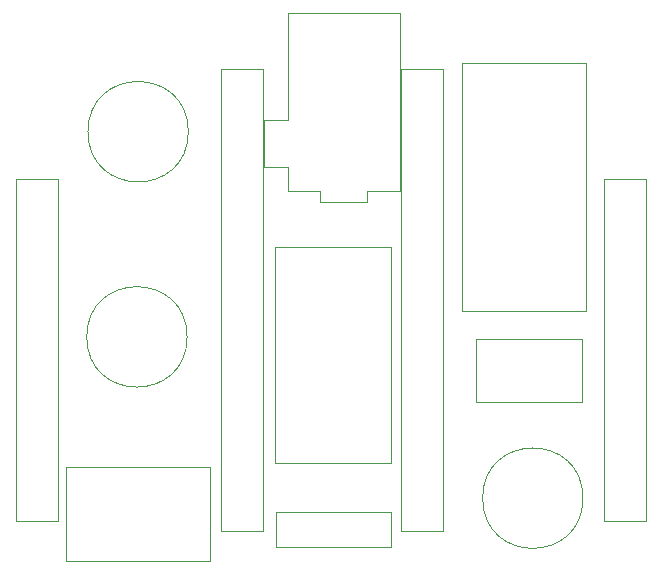
<source format=gbr>
G04 #@! TF.GenerationSoftware,KiCad,Pcbnew,(5.1.4)-1*
G04 #@! TF.CreationDate,2020-01-24T10:01:54+01:00*
G04 #@! TF.ProjectId,PCB_NeoPixel,5043425f-4e65-46f5-9069-78656c2e6b69,rev?*
G04 #@! TF.SameCoordinates,Original*
G04 #@! TF.FileFunction,Other,User*
%FSLAX46Y46*%
G04 Gerber Fmt 4.6, Leading zero omitted, Abs format (unit mm)*
G04 Created by KiCad (PCBNEW (5.1.4)-1) date 2020-01-24 10:01:54*
%MOMM*%
%LPD*%
G04 APERTURE LIST*
%ADD10C,0.050000*%
G04 APERTURE END LIST*
D10*
X120323200Y-107718800D02*
X120323200Y-78768800D01*
X123873200Y-107718800D02*
X120323200Y-107718800D01*
X123873200Y-78768800D02*
X123873200Y-107718800D01*
X120323200Y-78768800D02*
X123873200Y-78768800D01*
X170107200Y-107718800D02*
X170107200Y-78768800D01*
X173657200Y-107718800D02*
X170107200Y-107718800D01*
X173657200Y-78768800D02*
X173657200Y-107718800D01*
X170107200Y-78768800D02*
X173657200Y-78768800D01*
X152032200Y-84517900D02*
X142232200Y-84517900D01*
X152032200Y-102867900D02*
X152032200Y-84517900D01*
X142232200Y-102867900D02*
X152032200Y-102867900D01*
X142232200Y-84517900D02*
X142232200Y-102867900D01*
X159228400Y-97671200D02*
X159228400Y-92371200D01*
X168228400Y-97671200D02*
X159228400Y-97671200D01*
X168228400Y-92371200D02*
X168228400Y-97671200D01*
X159228400Y-92371200D02*
X168228400Y-92371200D01*
X158072000Y-89953700D02*
X168572000Y-89953700D01*
X158072000Y-68993700D02*
X158072000Y-89953700D01*
X168572000Y-68993700D02*
X158072000Y-68993700D01*
X168572000Y-89953700D02*
X168572000Y-68993700D01*
X142333000Y-109945300D02*
X152053000Y-109945300D01*
X142333000Y-106945300D02*
X142333000Y-109945300D01*
X152053000Y-106945300D02*
X142333000Y-106945300D01*
X152053000Y-109945300D02*
X152053000Y-106945300D01*
X143306600Y-64771000D02*
X152806600Y-64771000D01*
X143306600Y-73771000D02*
X143306600Y-64771000D01*
X141306600Y-73771000D02*
X143306600Y-73771000D01*
X141306600Y-77771000D02*
X141306600Y-73771000D01*
X143306600Y-77771000D02*
X141306600Y-77771000D01*
X143306600Y-79771000D02*
X143306600Y-77771000D01*
X146056600Y-79771000D02*
X143306600Y-79771000D01*
X146056600Y-80771000D02*
X146056600Y-79771000D01*
X150056600Y-80771000D02*
X146056600Y-80771000D01*
X150056600Y-79771000D02*
X150056600Y-80771000D01*
X152556600Y-79771000D02*
X150056600Y-79771000D01*
X152806600Y-79771000D02*
X152806600Y-64771000D01*
X152556600Y-79771000D02*
X152806600Y-79771000D01*
X136752400Y-103135600D02*
X124552400Y-103135600D01*
X136752400Y-111135600D02*
X136752400Y-103135600D01*
X124552400Y-111135600D02*
X136752400Y-111135600D01*
X124552400Y-103135600D02*
X124552400Y-111135600D01*
X134907600Y-74788400D02*
G75*
G03X134907600Y-74788400I-4250000J0D01*
G01*
X168323200Y-105816400D02*
G75*
G03X168323200Y-105816400I-4250000J0D01*
G01*
X134806000Y-92162000D02*
G75*
G03X134806000Y-92162000I-4250000J0D01*
G01*
X141196000Y-69497000D02*
X137696000Y-69497000D01*
X141196000Y-108597000D02*
X137696000Y-108597000D01*
X141196000Y-69497000D02*
X141196000Y-108597000D01*
X137696000Y-69497000D02*
X137696000Y-108597000D01*
X156436000Y-69497000D02*
X152936000Y-69497000D01*
X156436000Y-108597000D02*
X152936000Y-108597000D01*
X156436000Y-69497000D02*
X156436000Y-108597000D01*
X152936000Y-69497000D02*
X152936000Y-108597000D01*
M02*

</source>
